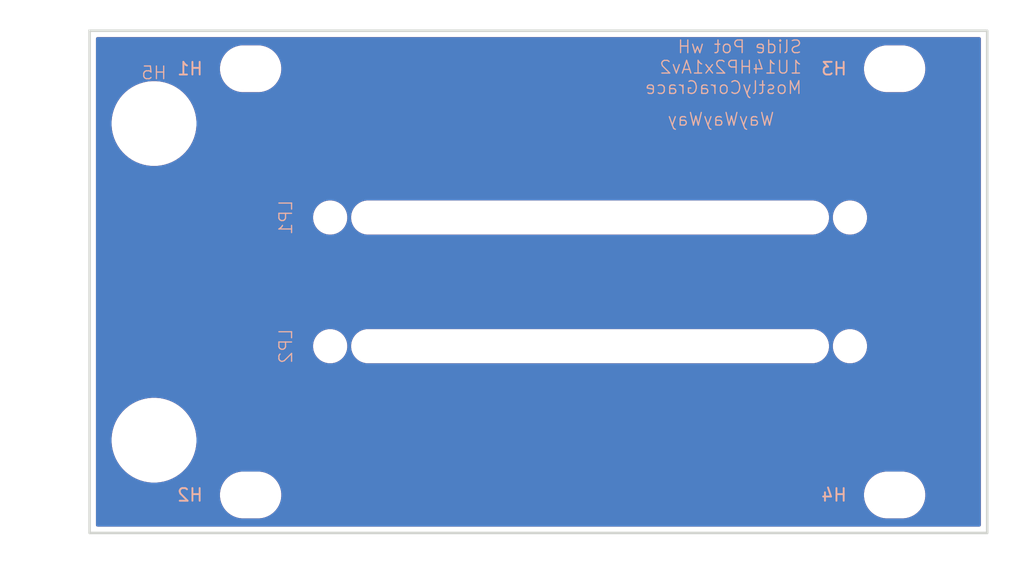
<source format=kicad_pcb>
(kicad_pcb (version 20241229) (generator "pcbnew") (generator_version "9.0")
  (layers (0 "F.Cu" signal) (2 "B.Cu" signal) (13 "F.Paste" user) (15 "B.Paste" user) (5 "F.SilkS" user "F.Silkscreen") (7 "B.SilkS" user "B.Silkscreen") (1 "F.Mask" user) (3 "B.Mask" user) (25 "Edge.Cuts" user))
  (net 0 "")
  (footprint "EXC:MountingHole_3.2mm_M3" (layer "F.Cu") (at 63.5 5.425)
    (property "Reference" "H3" (at -3.683 0 0) (layer "B.SilkS") (effects (justify left mirror)))
    (property "Value" "Eurorack_M3_MountingHole")
    (pad "" np_thru_hole oval (at 0 0) (size 4.34 3.2) (drill oval 4.34 3.2) (layers "*.Cu" "*.Mask"))
  )
  (footprint "EXC:Linear_Potentiometer_45mm_M2_Panel_Mount" (layer "F.Cu") (at 39.475 27.33 90)
    (property "Reference" "LP2" (at 0 -24.003 90) (layer "B.SilkS") (effects (font (thickness 0.1)) (justify mirror)))
    (property "Value" "Linear_Potentiometer_45mm_M2_Panel_Mount")
    (pad "" np_thru_hole circle (at 0 -20.5 90) (size 2.2 2.2) (drill 2.2) (layers "*.Cu" "*.Mask"))
    (pad "" np_thru_hole oval (at 0 0 90) (size 2.2 37.2) (drill oval 2.2 37.2) (layers "*.Cu" "*.Mask"))
    (pad "" np_thru_hole circle (at 0 20.5 90) (size 2.2 2.2) (drill 2.2) (layers "*.Cu" "*.Mask"))
  )
  (footprint "EXC:Handle_1UM3P25_B" (layer "F.Cu") (at 5.08 9.75)
    (property "Reference" "H5" (at 0 -4 0) (layer "B.SilkS") (effects (font (thickness 0.1)) (justify mirror)))
    (property "Value" "Handle_1UM3P25_PanelMount_B")
    (pad "" np_thru_hole circle (at 0 0) (size 6.2 6.2) (drill 6.2) (layers "*.Cu" "*.Mask"))
    (pad "" np_thru_hole circle (at 0 25) (size 6.2 6.2) (drill 6.2) (layers "*.Cu" "*.Mask"))
  )
  (footprint "EXC:MountingHole_3.2mm_M3" (layer "F.Cu") (at 63.5 39.075)
    (property "Reference" "H4" (at -3.683 0 0) (layer "B.SilkS") (effects (justify left mirror)))
    (property "Value" "Eurorack_M3_MountingHole")
    (pad "" np_thru_hole oval (at 0 0) (size 4.34 3.2) (drill oval 4.34 3.2) (layers "*.Cu" "*.Mask"))
  )
  (footprint "EXC:Linear_Potentiometer_45mm_M2_Panel_Mount" (layer "F.Cu") (at 39.475 17.17 90)
    (property "Reference" "LP1" (at 0 -24.003 90) (layer "B.SilkS") (effects (font (thickness 0.1)) (justify mirror)))
    (property "Value" "Linear_Potentiometer_45mm_M2_Panel_Mount")
    (pad "" np_thru_hole circle (at 0 -20.5 90) (size 2.2 2.2) (drill 2.2) (layers "*.Cu" "*.Mask"))
    (pad "" np_thru_hole oval (at 0 0 90) (size 2.2 37.2) (drill oval 2.2 37.2) (layers "*.Cu" "*.Mask"))
    (pad "" np_thru_hole circle (at 0 20.5 90) (size 2.2 2.2) (drill 2.2) (layers "*.Cu" "*.Mask"))
  )
  (footprint "EXC:MountingHole_3.2mm_M3" (layer "F.Cu") (at 12.7 39.075)
    (property "Reference" "H2" (at -3.683 0 0) (layer "B.SilkS") (effects (justify left mirror)))
    (property "Value" "Eurorack_M3_MountingHole")
    (pad "" np_thru_hole oval (at 0 0) (size 4.34 3.2) (drill oval 4.34 3.2) (layers "*.Cu" "*.Mask"))
  )
  (footprint "EXC:MountingHole_3.2mm_M3" (layer "F.Cu") (at 12.7 5.425)
    (property "Reference" "H1" (at -3.683 0 0) (layer "B.SilkS") (effects (justify left mirror)))
    (property "Value" "Eurorack_M3_MountingHole")
    (pad "" np_thru_hole oval (at 0 0) (size 4.34 3.2) (drill oval 4.34 3.2) (layers "*.Cu" "*.Mask"))
  )
  (gr_rect (start 0 2.425) (end 70.8 42.075) (stroke (width 0.2)) (fill no) (layer "Edge.Cuts"))
  (gr_text "WayWayWay" (at 54.076503 10 0) (layer "B.SilkS") (effects (font (size 1 1) (thickness 0.1)) (justify left bottom mirror)))
  (gr_text "Slide Pot wH\n1U14HP2x1Av2\nMostlyCoraGrace" (at 56.25 7.5 0) (layer "B.SilkS") (effects (font (size 1 1) (thickness 0.1)) (justify left bottom mirror)))
  (zone (net 0) (net_name "") (layers "F.Cu" "B.Cu") (connect_pads (clearance 0.5)) (min_thickness 0.25) (fill yes (thermal_gap 0.5) (thermal_bridge_width 0.5) (island_removal_mode 1) (island_area_min 10))
    (polygon (pts (xy 0 2.425) (xy 70.8 2.425) (xy 70.8 42.075) (xy 0 42.075)))
  )
)
</source>
